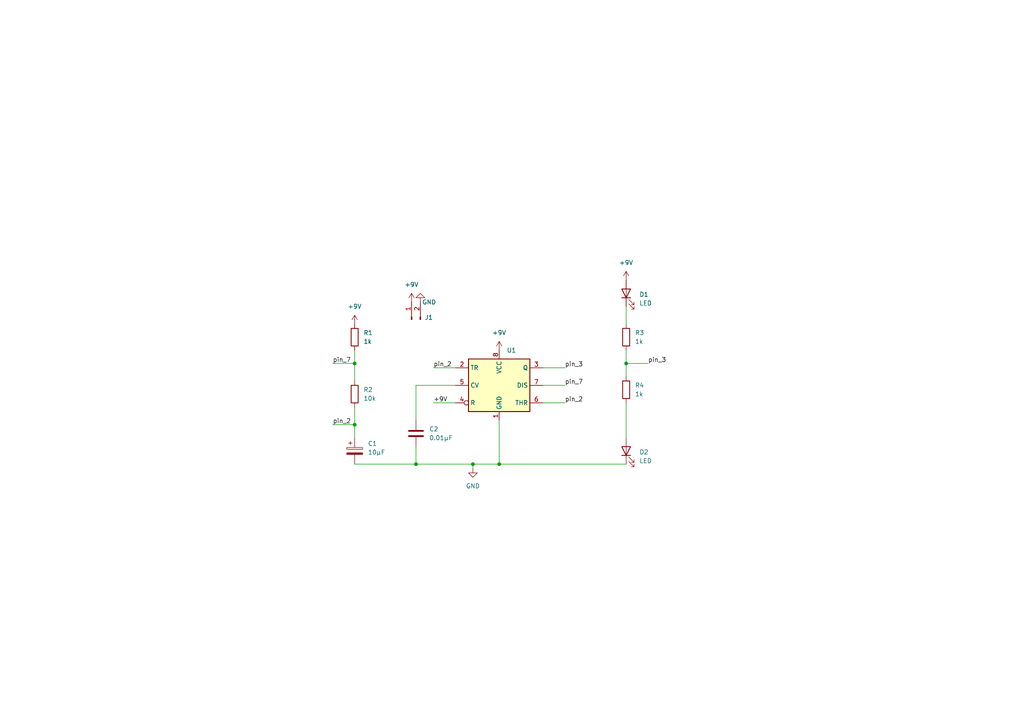
<source format=kicad_sch>
(kicad_sch (version 20230121) (generator eeschema)
  (paper "A4")
  (lib_symbols
    (symbol "Connector:Conn_01x02_Pin" (pin_names (offset 1.016) hide)
      (property "Reference" "J" (at 0 2.54 0))
      (property "Value" "Conn_01x02_Pin" (at 0 -5.08 0))
      (symbol "Conn_01x02_Pin_1_1"
        (polyline (pts (xy 1.27 -2.54) (xy 0.8636 -2.54)) (stroke (width 0.1524)))
        (polyline (pts (xy 1.27 0) (xy 0.8636 0)) (stroke (width 0.1524)))
        (rectangle (start 0.8636 -2.413) (end 0 -2.667) (stroke (width 0.1524)) (fill (type outline)))
        (rectangle (start 0.8636 0.127) (end 0 -0.127) (stroke (width 0.1524)) (fill (type outline)))
        (pin passive line (at 5.08 0 180) (length 3.81) (name "Pin_1") (number "1"))
        (pin passive line (at 5.08 -2.54 180) (length 3.81) (name "Pin_2") (number "2"))
      )
    )
    (symbol "Device:C" (pin_numbers hide) (pin_names (offset 0.254))
      (property "Reference" "C" (at 0.635 2.54 0))
      (property "Value" "C" (at 0.635 -2.54 0))
      (symbol "C_0_1"
        (polyline (pts (xy -2.032 -0.762) (xy 2.032 -0.762)) (stroke (width 0.508)))
        (polyline (pts (xy -2.032 0.762) (xy 2.032 0.762)) (stroke (width 0.508)))
      )
      (symbol "C_1_1"
        (pin passive line (at 0 3.81 270) (length 2.794) (name "~") (number "1"))
        (pin passive line (at 0 -3.81 90) (length 2.794) (name "~") (number "2"))
      )
    )
    (symbol "Device:C_Polarized" (pin_numbers hide) (pin_names (offset 0.254))
      (property "Reference" "C" (at 0.635 2.54 0))
      (property "Value" "C_Polarized" (at 0.635 -2.54 0))
      (symbol "C_Polarized_0_1"
        (rectangle (start -2.286 0.508) (end 2.286 1.016))
        (polyline (pts (xy -1.778 2.286) (xy -0.762 2.286)))
        (polyline (pts (xy -1.27 2.794) (xy -1.27 1.778)))
        (rectangle (start 2.286 -0.508) (end -2.286 -1.016) (fill (type outline)))
      )
      (symbol "C_Polarized_1_1"
        (pin passive line (at 0 3.81 270) (length 2.794) (name "~") (number "1"))
        (pin passive line (at 0 -3.81 90) (length 2.794) (name "~") (number "2"))
      )
    )
    (symbol "Device:LED" (pin_numbers hide) (pin_names (offset 1.016) hide)
      (property "Reference" "D" (at 0 2.54 0))
      (property "Value" "LED" (at 0 -2.54 0))
      (symbol "LED_0_1"
        (polyline (pts (xy -1.27 -1.27) (xy -1.27 1.27)) (stroke (width 0.254)))
        (polyline (pts (xy -1.27 0) (xy 1.27 0)))
        (polyline (pts (xy 1.27 -1.27) (xy 1.27 1.27) (xy -1.27 0) (xy 1.27 -1.27)) (stroke (width 0.254)))
        (polyline (pts (xy -3.048 -0.762) (xy -4.572 -2.286) (xy -3.81 -2.286) (xy -4.572 -2.286) (xy -4.572 -1.524)))
        (polyline (pts (xy -1.778 -0.762) (xy -3.302 -2.286) (xy -2.54 -2.286) (xy -3.302 -2.286) (xy -3.302 -1.524)))
      )
      (symbol "LED_1_1"
        (pin passive line (at -3.81 0 0) (length 2.54) (name "K") (number "1"))
        (pin passive line (at 3.81 0 180) (length 2.54) (name "A") (number "2"))
      )
    )
    (symbol "Device:R" (pin_numbers hide) (pin_names (offset 0))
      (property "Reference" "R" (at 2.032 0 90))
      (property "Value" "R" (at 0 0 90))
      (symbol "R_0_1"
        (rectangle (start -1.016 -2.54) (end 1.016 2.54) (stroke (width 0.254)))
      )
      (symbol "R_1_1"
        (pin passive line (at 0 3.81 270) (length 1.27) (name "~") (number "1"))
        (pin passive line (at 0 -3.81 90) (length 1.27) (name "~") (number "2"))
      )
    )
    (symbol "Timer:NE555D"
      (property "Reference" "U" (at -10.16 8.89 0))
      (property "Value" "NE555D" (at 2.54 8.89 0))
      (symbol "NE555D_0_0"
        (pin power_in line (at 0 -10.16 90) (length 2.54) (name "GND") (number "1"))
        (pin power_in line (at 0 10.16 270) (length 2.54) (name "VCC") (number "8"))
      )
      (symbol "NE555D_0_1"
        (rectangle (start -8.89 -7.62) (end 8.89 7.62) (stroke (width 0.254)) (fill (type background)))
        (rectangle (start -8.89 -7.62) (end 8.89 7.62) (stroke (width 0.254)) (fill (type background)))
      )
      (symbol "NE555D_1_1"
        (pin input line (at -12.7 5.08 0) (length 3.81) (name "TR") (number "2"))
        (pin output line (at 12.7 5.08 180) (length 3.81) (name "Q") (number "3"))
        (pin input inverted (at -12.7 -5.08 0) (length 3.81) (name "R") (number "4"))
        (pin input line (at -12.7 0 0) (length 3.81) (name "CV") (number "5"))
        (pin input line (at 12.7 -5.08 180) (length 3.81) (name "THR") (number "6"))
        (pin input line (at 12.7 0 180) (length 3.81) (name "DIS") (number "7"))
      )
    )
    (symbol "power:+9V" (power) (pin_names (offset 0))
      (property "Value" "+9V" (at 0 3.556 0))
      (symbol "+9V_0_1"
        (polyline (pts (xy -0.762 1.27) (xy 0 2.54)))
        (polyline (pts (xy 0 0) (xy 0 2.54)))
        (polyline (pts (xy 0 2.54) (xy 0.762 1.27)))
      )
      (symbol "+9V_1_1"
        (pin power_in line (at 0 0 90) (length 0) hide (name "+9V") (number "1"))
      )
    )
    (symbol "power:GND" (power) (pin_names (offset 0))
      (property "Value" "GND" (at 0 -3.81 0))
      (symbol "GND_0_1"
        (polyline (pts (xy 0 0) (xy 0 -1.27) (xy 1.27 -1.27) (xy 0 -2.54) (xy -1.27 -1.27) (xy 0 -1.27)))
      )
      (symbol "GND_1_1"
        (pin power_in line (at 0 0 270) (length 0) hide (name "GND") (number "1"))
      )
    )
  )
  (junction (at 181.61 105.41))
  (junction (at 120.65 134.62))
  (junction (at 144.78 134.62))
  (junction (at 137.16 134.62))
  (junction (at 102.87 123.19))
  (junction (at 102.87 105.41))
  (wire (pts (xy 102.87 134.62) (xy 120.65 134.62)))
  (wire (pts (xy 102.87 118.11) (xy 102.87 123.19)))
  (wire (pts (xy 125.73 106.68) (xy 132.08 106.68)))
  (wire (pts (xy 120.65 111.76) (xy 120.65 121.92)))
  (wire (pts (xy 125.73 116.84) (xy 132.08 116.84)))
  (wire (pts (xy 120.65 134.62) (xy 137.16 134.62)))
  (wire (pts (xy 102.87 105.41) (xy 102.87 110.49)))
  (wire (pts (xy 181.61 105.41) (xy 181.61 109.22)))
  (wire (pts (xy 181.61 105.41) (xy 187.96 105.41)))
  (wire (pts (xy 120.65 129.54) (xy 120.65 134.62)))
  (wire (pts (xy 157.48 116.84) (xy 163.83 116.84)))
  (wire (pts (xy 144.78 121.92) (xy 144.78 134.62)))
  (wire (pts (xy 181.61 88.9) (xy 181.61 93.98)))
  (wire (pts (xy 181.61 116.84) (xy 181.61 127)))
  (wire (pts (xy 96.52 123.19) (xy 102.87 123.19)))
  (wire (pts (xy 132.08 111.76) (xy 120.65 111.76)))
  (wire (pts (xy 102.87 123.19) (xy 102.87 127)))
  (wire (pts (xy 96.52 105.41) (xy 102.87 105.41)))
  (wire (pts (xy 157.48 106.68) (xy 163.83 106.68)))
  (wire (pts (xy 144.78 134.62) (xy 181.61 134.62)))
  (wire (pts (xy 137.16 135.89) (xy 137.16 134.62)))
  (wire (pts (xy 157.48 111.76) (xy 163.83 111.76)))
  (wire (pts (xy 102.87 101.6) (xy 102.87 105.41)))
  (wire (pts (xy 144.78 134.62) (xy 137.16 134.62)))
  (wire (pts (xy 181.61 101.6) (xy 181.61 105.41)))
  (label "pin_7" (at 163.83 111.76 0))
  (label "pin_3" (at 187.96 105.41 0))
  (label "+9V" (at 125.73 116.84 0))
  (label "pin_7" (at 96.52 105.41 0))
  (label "pin_2" (at 125.73 106.68 0))
  (label "pin_2" (at 96.52 123.19 0))
  (label "pin_2" (at 163.83 116.84 0))
  (label "pin_3" (at 163.83 106.68 0))
  (symbol (lib_id "Device:R") (at 102.87 114.3 0) (unit 1)
    (property "Reference" "R2" (at 105.41 113.03 0) (effects (justify left)))
    (property "Value" "10k" (at 105.41 115.57 0) (effects (justify left)))
    (property "Footprint" "Resistor_SMD:R_0805_2012Metric_Pad1.20x1.40mm_HandSolder" (effects hide))
  )
  (symbol (lib_id "power:+9V") (at 102.87 93.98 0) (unit 1)
    (property "Reference" "#PWR02" (effects hide))
    (property "Value" "+9V" (at 102.87 88.9 0))
  )
  (symbol (lib_id "Device:C_Polarized") (at 102.87 130.81 0) (unit 1)
    (property "Reference" "C1" (at 106.68 128.651 0) (effects (justify left)))
    (property "Value" "10μF" (at 106.68 131.191 0) (effects (justify left)))
    (property "Footprint" "Capacitor_Tantalum_SMD:CP_EIA-3216-18_Kemet-A_Pad1.58x1.35mm_HandSolder" (effects hide))
  )
  (symbol (lib_id "Device:R") (at 102.87 97.79 0) (unit 1)
    (property "Reference" "R1" (at 105.41 96.52 0) (effects (justify left)))
    (property "Value" "1k" (at 105.41 99.06 0) (effects (justify left)))
    (property "Footprint" "Resistor_SMD:R_0805_2012Metric_Pad1.20x1.40mm_HandSolder" (effects hide))
  )
  (symbol (lib_id "power:+9V") (at 144.78 101.6 0) (unit 1)
    (property "Reference" "#PWR04" (effects hide))
    (property "Value" "+9V" (at 144.78 96.52 0))
  )
  (symbol (lib_id "power:GND") (at 121.92 87.63 180) (unit 1)
    (property "Reference" "#PWR06" (effects hide))
    (property "Value" "GND" (at 124.46 87.63 0))
  )
  (symbol (lib_id "Device:R") (at 181.61 113.03 0) (unit 1)
    (property "Reference" "R4" (at 184.15 111.76 0) (effects (justify left)))
    (property "Value" "1k" (at 184.15 114.3 0) (effects (justify left)))
    (property "Footprint" "Resistor_SMD:R_0805_2012Metric_Pad1.20x1.40mm_HandSolder" (effects hide))
  )
  (symbol (lib_id "Device:C") (at 120.65 125.73 0) (unit 1)
    (property "Reference" "C2" (at 124.46 124.46 0) (effects (justify left)))
    (property "Value" "0.01μF" (at 124.46 127 0) (effects (justify left)))
    (property "Footprint" "Capacitor_SMD:C_0805_2012Metric_Pad1.18x1.45mm_HandSolder" (effects hide))
  )
  (symbol (lib_id "power:+9V") (at 181.61 81.28 0) (unit 1)
    (property "Reference" "#PWR03" (effects hide))
    (property "Value" "+9V" (at 181.61 76.2 0))
  )
  (symbol (lib_id "power:+9V") (at 119.38 87.63 0) (unit 1)
    (property "Reference" "#PWR05" (effects hide))
    (property "Value" "+9V" (at 119.38 82.55 0))
  )
  (symbol (lib_id "Device:LED") (at 181.61 130.81 90) (unit 1)
    (property "Reference" "D2" (at 185.42 131.1275 90) (effects (justify right)))
    (property "Value" "LED" (at 185.42 133.6675 90) (effects (justify right)))
    (property "Footprint" "LED_SMD:LED_1206_3216Metric_Pad1.42x1.75mm_HandSolder" (effects hide))
  )
  (symbol (lib_id "Timer:NE555D") (at 144.78 111.76 0) (unit 1)
    (property "Reference" "U1" (at 146.9741 101.6 0) (effects (justify left)))
    (property "Value" "NE555D" (effects hide))
    (property "Footprint" "Package_SO:SOIC-8-1EP_3.9x4.9mm_P1.27mm_EP2.29x3mm" (effects hide))
    (property "Datasheet" "http://www.ti.com/lit/ds/symlink/ne555.pdf" (effects hide))
  )
  (symbol (lib_id "power:GND") (at 137.16 135.89 0) (unit 1)
    (property "Reference" "#PWR01" (effects hide))
    (property "Value" "GND" (at 137.16 140.97 0))
  )
  (symbol (lib_id "Device:R") (at 181.61 97.79 0) (unit 1)
    (property "Reference" "R3" (at 184.15 96.52 0) (effects (justify left)))
    (property "Value" "1k" (at 184.15 99.06 0) (effects (justify left)))
    (property "Footprint" "Resistor_SMD:R_0805_2012Metric_Pad1.20x1.40mm_HandSolder" (effects hide))
  )
  (symbol (lib_id "Device:LED") (at 181.61 85.09 90) (unit 1)
    (property "Reference" "D1" (at 185.42 85.4075 90) (effects (justify right)))
    (property "Value" "LED" (at 185.42 87.9475 90) (effects (justify right)))
    (property "Footprint" "LED_SMD:LED_1206_3216Metric_Pad1.42x1.75mm_HandSolder" (effects hide))
  )
  (symbol (lib_id "Connector:Conn_01x02_Pin") (at 119.38 92.71 90) (unit 1)
    (property "Reference" "J1" (at 123.19 92.075 90) (effects (justify right)))
    (property "Value" "Conn_01x02_Pin" (effects hide))
    (property "Footprint" "Connector_JST:JST_EH_S2B-EH_1x02_P2.50mm_Horizontal" (effects hide))
  )
)
</source>
